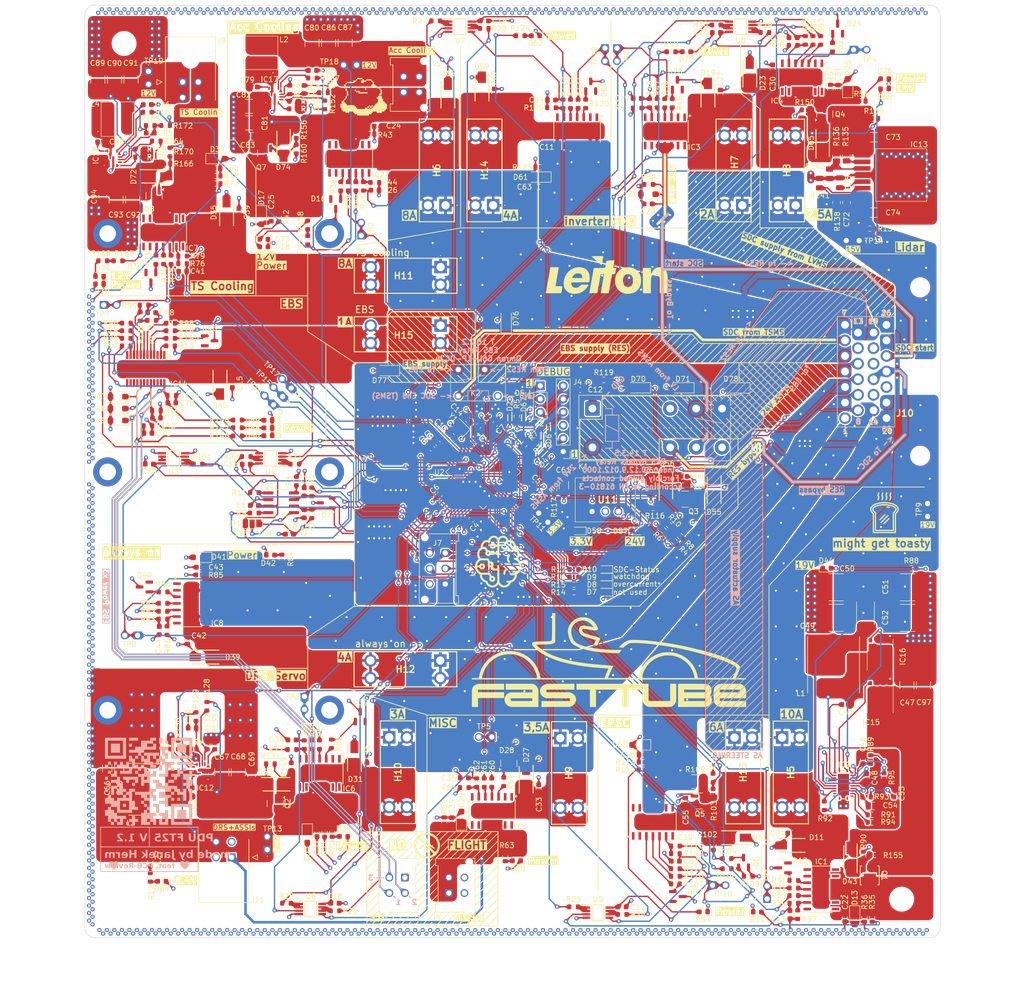
<source format=kicad_pcb>
(kicad_pcb
	(version 20240108)
	(generator "pcbnew")
	(generator_version "8.0")
	(general
		(thickness 1.6)
		(legacy_teardrops no)
	)
	(paper "A3")
	(title_block
		(title "PDU FT25")
		(date "2025-01-15")
		(rev "V1.2")
		(company "Janek Herm")
		(comment 1 "FasTTUBe Electronics")
	)
	(layers
		(0 "F.Cu" signal)
		(1 "In1.Cu" power)
		(2 "In2.Cu" signal)
		(31 "B.Cu" mixed)
		(32 "B.Adhes" user "B.Adhesive")
		(33 "F.Adhes" user "F.Adhesive")
		(34 "B.Paste" user)
		(35 "F.Paste" user)
		(36 "B.SilkS" user "B.Silkscreen")
		(37 "F.SilkS" user "F.Silkscreen")
		(38 "B.Mask" user)
		(39 "F.Mask" user)
		(40 "Dwgs.User" user "User.Drawings")
		(41 "Cmts.User" user "User.Comments")
		(42 "Eco1.User" user "User.Eco1")
		(43 "Eco2.User" user "User.Eco2")
		(44 "Edge.Cuts" user)
		(45 "Margin" user)
		(46 "B.CrtYd" user "B.Courtyard")
		(47 "F.CrtYd" user "F.Courtyard")
		(48 "B.Fab" user)
		(49 "F.Fab" user)
		(50 "User.1" user)
		(51 "User.2" user)
		(52 "User.3" user)
		(53 "User.4" user)
		(54 "User.5" user)
		(55 "User.6" user)
		(56 "User.7" user)
		(57 "User.8" user)
		(58 "User.9" user)
	)
	(setup
		(stackup
			(layer "F.SilkS"
				(type "Top Silk Screen")
			)
			(layer "F.Paste"
				(type "Top Solder Paste")
			)
			(layer "F.Mask"
				(type "Top Solder Mask")
				(thickness 0.01)
			)
			(layer "F.Cu"
				(type "copper")
				(thickness 0.035)
			)
			(layer "dielectric 1"
				(type "prepreg")
				(thickness 0.1)
				(material "FR4")
				(epsilon_r 4.5)
				(loss_tangent 0.02)
			)
			(layer "In1.Cu"
				(type "copper")
				(thickness 0.035)
			)
			(layer "dielectric 2"
				(type "core")
				(thickness 1.24)
				(material "FR4")
				(epsilon_r 4.5)
				(loss_tangent 0.02)
			)
			(layer "In2.Cu"
				(type "copper")
				(thickness 0.035)
			)
			(layer "dielectric 3"
				(type "prepreg")
				(thickness 0.1)
				(material "FR4")
				(epsilon_r 4.5)
				(loss_tangent 0.02)
			)
			(layer "B.Cu"
				(type "copper")
				(thickness 0.035)
			)
			(layer "B.Mask"
				(type "Bottom Solder Mask")
				(thickness 0.01)
			)
			(layer "B.Paste"
				(type "Bottom Solder Paste")
			)
			(layer "B.SilkS"
				(type "Bottom Silk Screen")
			)
			(copper_finish "None")
			(dielectric_constraints no)
		)
		(pad_to_mask_clearance 0)
		(allow_soldermask_bridges_in_footprints no)
		(pcbplotparams
			(layerselection 0x00010fc_ffffffff)
			(plot_on_all_layers_selection 0x0000000_00000000)
			(disableapertmacros no)
			(usegerberextensions no)
			(usegerberattributes yes)
			(usegerberadvancedattributes yes)
			(creategerberjobfile no)
			(dashed_line_dash_ratio 12.000000)
			(dashed_line_gap_ratio 3.000000)
			(svgprecision 4)
			(plotframeref no)
			(viasonmask no)
			(mode 1)
			(useauxorigin yes)
			(hpglpennumber 1)
			(hpglpenspeed 20)
			(hpglpendiameter 15.000000)
			(pdf_front_fp_property_popups yes)
			(pdf_back_fp_property_popups yes)
			(dxfpolygonmode yes)
			(dxfimperialunits yes)
			(dxfusepcbnewfont yes)
			(psnegative no)
			(psa4output no)
			(plotreference yes)
			(plotvalue no)
			(plotfptext yes)
			(plotinvisibletext no)
			(sketchpadsonfab no)
			(subtractmaskfromsilk yes)
			(outputformat 1)
			(mirror no)
			(drillshape 0)
			(scaleselection 1)
			(outputdirectory "gerber/")
		)
	)
	(net 0 "")
	(net 1 "GND")
	(net 2 "+3V3")
	(net 3 "stdCAN_H")
	(net 4 "/MCU/Vref")
	(net 5 "stdCAN_L")
	(net 6 "/MCU/NRST")
	(net 7 "Net-(D11-A2)")
	(net 8 "/powerstages/P_Out6a")
	(net 9 "/powerstages/IS4")
	(net 10 "Net-(D15-A2)")
	(net 11 "/connectors/P_Out1")
	(net 12 "/powerstages/IS1")
	(net 13 "Net-(D19-A2)")
	(net 14 "/powerstages/IS10")
	(net 15 "Net-(D23-A2)")
	(net 16 "/powerstages/P_Out9a")
	(net 17 "/powerstages/IS7")
	(net 18 "Net-(D27-A2)")
	(net 19 "/connectors/P_Out8")
	(net 20 "/powerstages/IS8")
	(net 21 "Net-(D31-A2)")
	(net 22 "/powerstages/P_Out5a")
	(net 23 "/powerstages/IS3")
	(net 24 "Net-(D35-A2)")
	(net 25 "/connectors/P_Out2")
	(net 26 "/powerstages/IS2")
	(net 27 "/connectors/P_Out9")
	(net 28 "/powerstages/IS9")
	(net 29 "Net-(IC9-CBOOT)")
	(net 30 "Net-(IC9-SW)")
	(net 31 "Net-(IC9-VCC)")
	(net 32 "Net-(D43-K)")
	(net 33 "Net-(IC9-PFM{slash}SYNC)")
	(net 34 "/connectors/P_Out4")
	(net 35 "Net-(C53-Pad2)")
	(net 36 "Net-(IC9-EXTCOMP)")
	(net 37 "Net-(D51-A2)")
	(net 38 "/connectors/P_Out5")
	(net 39 "/powerstages/IS5")
	(net 40 "Net-(D56-K)")
	(net 41 "Net-(D59-A2)")
	(net 42 "/connectors/P_Out6")
	(net 43 "/powerstages/IS6")
	(net 44 "Net-(IC12-SW)")
	(net 45 "Net-(IC12-BOOT)")
	(net 46 "/connectors/P_Out3")
	(net 47 "Net-(D63-K)")
	(net 48 "Net-(IC12-FB)")
	(net 49 "Net-(IC12-SS)")
	(net 50 "/connectors/P_Out7")
	(net 51 "Net-(IC13-FB)")
	(net 52 "Net-(D65-K)")
	(net 53 "Net-(IC13-SS)")
	(net 54 "/MCU/SWCLK")
	(net 55 "/MCU/SWDIO")
	(net 56 "/MCU/UART_RX")
	(net 57 "/MCU/UART_TX")
	(net 58 "Net-(D7-A)")
	(net 59 "Net-(D8-A)")
	(net 60 "Net-(D9-A)")
	(net 61 "Net-(D10-A)")
	(net 62 "Net-(D12-A)")
	(net 63 "unconnected-(D12-NC-Pad2)")
	(net 64 "Net-(D14-A)")
	(net 65 "Net-(D16-A)")
	(net 66 "unconnected-(D16-NC-Pad2)")
	(net 67 "Net-(D18-A)")
	(net 68 "Net-(D20-A)")
	(net 69 "unconnected-(D20-NC-Pad2)")
	(net 70 "Net-(D22-A)")
	(net 71 "Net-(D24-A)")
	(net 72 "unconnected-(D24-NC-Pad2)")
	(net 73 "Net-(D26-A)")
	(net 74 "Net-(D28-A)")
	(net 75 "unconnected-(D28-NC-Pad2)")
	(net 76 "Net-(D30-A)")
	(net 77 "unconnected-(D32-NC-Pad2)")
	(net 78 "Net-(D32-A)")
	(net 79 "Net-(D34-A)")
	(net 80 "Net-(D36-A)")
	(net 81 "unconnected-(D36-NC-Pad2)")
	(net 82 "Net-(D38-A)")
	(net 83 "Net-(D43-A)")
	(net 84 "Net-(D44-A)")
	(net 85 "Net-(D45-A2)")
	(net 86 "/powerstages/IS11")
	(net 87 "/connectors/P_Out12")
	(net 88 "unconnected-(D52-NC-Pad2)")
	(net 89 "Net-(D52-A)")
	(net 90 "Net-(D54-A)")
	(net 91 "Net-(D56-A)")
	(net 92 "Net-(D57-A)")
	(net 93 "Net-(D58-A)")
	(net 94 "unconnected-(D60-NC-Pad2)")
	(net 95 "Net-(D60-A)")
	(net 96 "Net-(D62-A)")
	(net 97 "Net-(D63-A)")
	(net 98 "Net-(D64-A)")
	(net 99 "Net-(D65-A)")
	(net 100 "Net-(D66-A)")
	(net 101 "/connectors/P_Out11")
	(net 102 "/connectors/P_Out10")
	(net 103 "Net-(D46-A)")
	(net 104 "+24V")
	(net 105 "Net-(IC1-IS)")
	(net 106 "Net-(IC1-GND)")
	(net 107 "Net-(IC1-IN)")
	(net 108 "Net-(IC1-DEN)")
	(net 109 "Net-(IC2-IS)")
	(net 110 "Net-(IC2-IN)")
	(net 111 "Net-(IC2-DEN)")
	(net 112 "Net-(IC2-GND)")
	(net 113 "Net-(IC3-IN)")
	(net 114 "Net-(IC3-GND)")
	(net 115 "Net-(IC3-IS)")
	(net 116 "Net-(IC3-DEN)")
	(net 117 "Net-(IC4-IN)")
	(net 118 "Net-(IC4-GND)")
	(net 119 "Net-(IC4-IS)")
	(net 120 "Net-(IC4-DEN)")
	(net 121 "Net-(IC5-GND)")
	(net 122 "Net-(IC5-DEN)")
	(net 123 "Net-(IC5-IS)")
	(net 124 "Net-(IC5-IN)")
	(net 125 "Net-(IC6-GND)")
	(net 126 "Net-(IC6-IN)")
	(net 127 "Net-(IC6-DEN)")
	(net 128 "Net-(IC6-IS)")
	(net 129 "Net-(IC7-IN)")
	(net 130 "Net-(IC7-IS)")
	(net 131 "Net-(IC7-GND)")
	(net 132 "Net-(IC7-DEN)")
	(net 133 "Net-(IC9-CNFG)")
	(net 134 "Net-(IC9-PG{slash}SYNCOUT)")
	(net 135 "Net-(IC9-RT)")
	(net 136 "Net-(IC9-ISNS+)")
	(net 137 "Net-(IC9-HO)")
	(net 138 "Net-(IC9-LO)")
	(net 139 "Net-(IC9-FB)")
	(net 140 "Net-(IC10-IS)")
	(net 141 "Net-(IC10-IN)")
	(net 142 "Net-(IC10-DEN)")
	(net 143 "Net-(IC10-GND)")
	(net 144 "Net-(IC11-DEN)")
	(net 145 "Net-(IC11-IS)")
	(net 146 "Net-(IC11-IN)")
	(net 147 "Net-(IC11-GND)")
	(net 148 "Net-(IC12-PG)")
	(net 149 "Net-(IC12-MODE)")
	(net 150 "Net-(IC12-EN)")
	(net 151 "Net-(IC13-RON)")
	(net 152 "Net-(IC13-EN)")
	(net 153 "/MCU/SWO")
	(net 154 "FDCAN_H")
	(net 155 "FDCAN_L")
	(net 156 "/RBR/SDC bypass")
	(net 157 "24V ASMS")
	(net 158 "Net-(JP1-C)")
	(net 159 "unconnected-(K1-Pad12)")
	(net 160 "unconnected-(K1-Pad24)")
	(net 161 "Net-(K1-PadA1)")
	(net 162 "unconnected-(D46-NC-Pad2)")
	(net 163 "Net-(IC14-DSEL1)")
	(net 164 "Net-(Q5-D)")
	(net 165 "Net-(Q5-G)")
	(net 166 "Net-(Q6-G)")
	(net 167 "Net-(Q6-D)")
	(net 168 "Net-(U1-Rs)")
	(net 169 "Net-(U2-PA0)")
	(net 170 "Net-(U2-BOOT0)")
	(net 171 "Net-(U2-PC0)")
	(net 172 "Net-(U2-PA11)")
	(net 173 "/MCU/CAN_RX")
	(net 174 "/MCU/CAN_TX")
	(net 175 "Net-(U2-PA12)")
	(net 176 "unconnected-(U2-PB7-Pad59)")
	(net 177 "unconnected-(U2-PA15-Pad50)")
	(net 178 "/MCU/STATUS_LED1")
	(net 179 "/MCU/STATUS_LED2")
	(net 180 "/MCU/STATUS_LED3")
	(net 181 "/MCU/STATUS_LED4")
	(net 182 "Net-(R12-Pad1)")
	(net 183 "Net-(U4A--)")
	(net 184 "/MCU/ISENSE1")
	(net 185 "Net-(U4B--)")
	(net 186 "/MCU/ISENSE2")
	(net 187 "/MCU/ISENSE3")
	(net 188 "Net-(U5A--)")
	(net 189 "Net-(U5B--)")
	(net 190 "/MCU/ISENSE4")
	(net 191 "/MCU/ISENSE5")
	(net 192 "Net-(U6A--)")
	(net 193 "Net-(U6B--)")
	(net 194 "/MCU/ISENSE6")
	(net 195 "/MCU/ISENSE7")
	(net 196 "Net-(U7A--)")
	(net 197 "Net-(U7B--)")
	(net 198 "/MCU/ISENSE8")
	(net 199 "/MCU/ISENSE9")
	(net 200 "Net-(U8A--)")
	(net 201 "Net-(U8B--)")
	(net 202 "/MCU/ISENSE10")
	(net 203 "/MCU/IN4")
	(net 204 "/MCU/IN1")
	(net 205 "/MCU/IN10")
	(net 206 "/MCU/IN7")
	(net 207 "/MCU/IN8")
	(net 208 "/MCU/IN3")
	(net 209 "/MCU/IN2")
	(net 210 "/MCU/IN9")
	(net 211 "/MCU/IN11")
	(net 212 "/MCU/IN12")
	(net 213 "/MCU/IN13")
	(net 214 "/MCU/PC_Read")
	(net 215 "/MCU/PC_EN")
	(net 216 "/MCU/IN5")
	(net 217 "/MCU/IN6")
	(net 218 "/MCU/XTAL_OUT")
	(net 219 "unconnected-(U2-PC5-Pad25)")
	(net 220 "Net-(IC14-GND)")
	(net 221 "unconnected-(U2-PC12-Pad53)")
	(net 222 "Net-(IC14-DEN)")
	(net 223 "Net-(IC14-IN2)")
	(net 224 "/MCU/XTAL_IN")
	(net 225 "unconnected-(U2-PD2-Pad54)")
	(net 226 "unconnected-(IC14-OUT3-Pad13)")
	(net 227 "Net-(IC14-IN0)")
	(net 228 "Net-(IC14-IN3)")
	(net 229 "Net-(IC14-DSEL0)")
	(net 230 "Net-(IC14-IN1)")
	(net 231 "Net-(IC14-IS)")
	(net 232 "/MCU/DSEL0")
	(net 233 "/MCU/DSEL1")
	(net 234 "Net-(U3A--)")
	(net 235 "/MCU/ISENSE11")
	(net 236 "Net-(U3B--)")
	(net 237 "unconnected-(IC9-NC_1-Pad1)")
	(net 238 "unconnected-(IC9-NC_2-Pad2)")
	(net 239 "unconnected-(IC9-NC_4-Pad23)")
	(net 240 "unconnected-(IC9-NC_3-Pad22)")
	(net 241 "unconnected-(IC9-NC_5-Pad24)")
	(net 242 "Net-(D50-A)")
	(net 243 "Net-(D68-A)")
	(net 244 "Net-(D69-A)")
	(net 245 "/connectors/P_Out14")
	(net 246 "/connectors/P_Out13")
	(net 247 "Net-(IC17-SW)")
	(net 248 "Net-(IC17-BOOT)")
	(net 249 "Net-(D72-K)")
	(net 250 "Net-(IC17-FB)")
	(net 251 "Net-(IC17-SS)")
	(net 252 "Net-(IC18-BOOT)")
	(net 253 "Net-(IC18-SW)")
	(net 254 "Net-(D74-K)")
	(net 255 "Net-(IC18-FB)")
	(net 256 "Net-(IC18-SS)")
	(net 257 "Net-(D72-A)")
	(net 258 "Net-(D73-A)")
	(net 259 "Net-(D74-A)")
	(net 260 "Net-(D75-A)")
	(net 261 "Net-(IC17-PG)")
	(net 262 "Net-(IC17-MODE)")
	(net 263 "Net-(IC17-EN)")
	(net 264 "Net-(IC18-PG)")
	(net 265 "Net-(IC18-MODE)")
	(net 266 "Net-(IC18-EN)")
	(net 267 "Net-(R151-Pad2)")
	(net 268 "Net-(R163-Pad2)")
	(net 269 "EBS supply")
	(net 270 "AS actuator supply")
	(net 271 "unconnected-(IC1-NC-Pad7)")
	(net 272 "unconnected-(IC1-NC-Pad1)")
	(net 273 "unconnected-(IC1-NC-Pad14)")
	(net 274 "unconnected-(IC1-NC-Pad8)")
	(net 275 "unconnected-(IC1-NC-Pad9)")
	(net 276 "unconnected-(IC1-NC-Pad13)")
	(net 277 "unconnected-(IC1-NC-Pad2)")
	(net 278 "unconnected-(IC2-NC-Pad2)")
	(net 279 "unconnected-(IC2-NC-Pad7)")
	(net 280 "unconnected-(IC2-NC-Pad8)")
	(net 281 "unconnected-(IC2-NC-Pad14)")
	(net 282 "unconnected-(IC2-NC-Pad1)")
	(net 283 "unconnected-(IC2-NC-Pad9)")
	(net 284 "unconnected-(IC2-NC-Pad13)")
	(net 285 "unconnected-(IC3-NC-Pad8)")
	(net 286 "unconnected-(IC3-NC-Pad1)")
	(net 287 "unconnected-(IC3-NC-Pad7)")
	(net 288 "unconnected-(IC3-NC-Pad14)")
	(net 289 "unconnected-(IC3-NC-Pad13)")
	(net 290 "unconnected-(IC3-NC-Pad9)")
	(net 291 "unconnected-(IC3-NC-Pad2)")
	(net 292 "unconnected-(IC4-NC-Pad2)")
	(net 293 "unconnected-(IC4-NC-Pad1)")
	(net 294 "unconnected-(IC4-NC-Pad13)")
	(net 295 "unconnected-(IC4-NC-Pad7)")
	(net 296 "unconnected-(IC4-NC-Pad9)")
	(net 297 "unconnected-(IC4-NC-Pad8)")
	(net 298 "unconnected-(IC4-NC-Pad14)")
	(net 299 "unconnected-(IC5-NC-Pad1)")
	(net 300 "unconnected-(IC5-NC-Pad8)")
	(net 301 "unconnected-(IC5-NC-Pad9)")
	(net 302 "unconnected-(IC5-NC-Pad14)")
	(net 303 "unconnected-(IC5-NC-Pad13)")
	(net 304 "unconnected-(IC5-NC-Pad2)")
	(net 305 "unconnected-(IC5-NC-Pad7)")
	(net 306 "unconnected-(IC6-NC-Pad14)")
	(net 307 "unconnected-(IC6-NC-Pad2)")
	(net 308 "unconnected-(IC6-NC-Pad7)")
	(net 309 "unconnected-(IC6-NC-Pad1)")
	(net 310 "unconnected-(IC6-NC-Pad9)")
	(net 311 "unconnected-(IC6-NC-Pad8)")
	(net 312 "unconnected-(IC6-NC-Pad13)")
	(net 313 "unconnected-(IC7-NC-Pad1)")
	(net 314 "unconnected-(IC7-NC-Pad9)")
	(net 315 "unconnected-(IC7-NC-Pad14)")
	(net 316 "unconnected-(IC7-NC-Pad13)")
	(net 317 "unconnected-(IC7-NC-Pad7)")
	(net 318 "unconnected-(IC7-NC-Pad8)")
	(net 319 "unconnected-(IC7-NC-Pad2)")
	(net 320 "unconnected-(IC10-NC-Pad14)")
	(net 321 "unconnected-(IC10-NC-Pad8)")
	(net 322 "unconnected-(IC10-NC-Pad13)")
	(net 323 "unconnected-(IC10-NC-Pad9)")
	(net 324 "unconnected-(IC10-NC-Pad1)")
	(net 325 "unconnected-(IC10-NC-Pad7)")
	(net 326 "unconnected-(IC10-NC-Pad2)")
	(net 327 "unconnected-(IC11-NC-Pad1)")
	(net 328 "unconnected-(IC11-NC-Pad13)")
	(net 329 "unconnected-(IC11-NC-Pad2)")
	(net 330 "unconnected-(IC11-NC-Pad7)")
	(net 331 "unconnected-(IC11-NC-Pad9)")
	(net 332 "unconnected-(IC11-NC-Pad8)")
	(net 333 "unconnected-(IC11-NC-Pad14)")
	(net 334 "unconnected-(IC14-NC-Pad21)")
	(net 335 "unconnected-(IC14-NC-Pad19)")
	(net 336 "unconnected-(IC14-NC-Pad15)")
	(net 337 "unconnected-(IC14-NC-Pad18)")
	(net 338 "unconnected-(IC14-NC-Pad23)")
	(net 339 "unconnected-(IC14-NC-Pad22)")
	(net 340 "unconnected-(IC14-NC-Pad14)")
	(net 341 "unconnected-(IC14-NC-Pad12)")
	(net 342 "unconnected-(IC14-NC-Pad1)")
	(net 343 "unconnected-(IC14-NC-Pad16)")
	(net 344 "/EBSR/EBS power")
	(net 345 "unconnected-(U2-PC14-Pad3)")
	(net 346 "unconnected-(U2-PC15-Pad4)")
	(net 347 "unconnected-(U2-PC13-Pad2)")
	(net 348 "Net-(R100-Pad1)")
	(net 349 "/RBR/RES")
	(net 350 "TSMS SDC")
	(net 351 "unconnected-(IC14-NC-Pad3)")
	(net 352 "unconnected-(U2-PB0-Pad26)")
	(net 353 "Net-(D39-A2)")
	(net 354 "unconnected-(D40-NC-Pad2)")
	(net 355 "Net-(D40-A)")
	(net 356 "Net-(D42-A)")
	(net 357 "unconnected-(IC8-NC-Pad8)")
	(net 358 "unconnected-(IC8-NC-Pad13)")
	(net 359 "Net-(IC8-IN)")
	(net 360 "unconnected-(IC8-NC-Pad9)")
	(net 361 "unconnected-(IC8-NC-Pad1)")
	(net 362 "Net-(IC8-DEN)")
	(net 363 "Net-(IC8-GND)")
	(net 364 "Net-(IC8-IS)")
	(net 365 "unconnected-(IC8-NC-Pad2)")
	(net 366 "unconnected-(IC8-NC-Pad14)")
	(net 367 "unconnected-(IC8-NC-Pad7)")
	(net 368 "unconnected-(J10-Pin_15-Pad15)")
	(net 369 "unconnected-(J10-Pin_17-Pad17)")
	(footprint "5025:5025" (layer "F.Cu") (at 165.32 98.46 90))
	(footprint "Resistor_SMD:R_0603_1608Metric" (layer "F.Cu") (at 161.375 88.955 90))
	(footprint "Resistor_SMD:R_0603_1608Metric" (layer "F.Cu") (at 128.645 103.135 -90))
	(footprint "Capacitor_SMD:C_1210_3225Metric" (layer "F.Cu") (at 162.225 61.275 90))
	(footprint "BTT6010-1ERB:SOIC14_BTT6010-1ERB_INF" (layer "F.Cu") (at 163.019 83.649799 90))
	(footprint "824501241:DIOM5127X250N" (layer "F.Cu") (at 139.345 93.995 -90))
	(footprint "Resistor_SMD:R_0603_1608Metric" (layer "F.Cu") (at 122.555 83.275))
	(footprint "Package_TO_SOT_SMD:SOT-23" (layer "F.Cu") (at 124.75 106.535 -90))
	(footprint "Package_TO_SOT_SMD:SOT-23" (layer "F.Cu") (at 165.14 191.314998 90))
	(footprint "Resistor_SMD:R_0603_1608Metric" (layer "F.Cu") (at 135.615001 196.775 90))
	(footprint "Resistor_SMD:R_0603_1608Metric" (layer "F.Cu") (at 155.915 68.065))
	(footprint "Capacitor_SMD:C_1210_3225Metric" (layer "F.Cu") (at 143.685 76.725 180))
	(footprint "Resistor_SMD:R_0603_1608Metric" (layer "F.Cu") (at 135.545001 189.315 -90))
	(footprint "LED_SMD:LED_0603_1608Metric" (layer "F.Cu") (at 266.295 70.155 180))
	(footprint "brain:heart" (layer "F.Cu") (at 117.6 220.05))
	(footprint "Resistor_SMD:R_0603_1608Metric" (layer "F.Cu") (at 127.585 77.225))
	(footprint "ESD321DYAR:SODFL1608X77N" (layer "F.Cu") (at 193.99 133.625 -90))
	(footprint "Diode_SMD:D_SOD-123F" (layer "F.Cu") (at 218.94 127.854999 180))
	(footprint "5025:5025" (layer "F.Cu") (at 147.190001 216.99 90))
	(footprint "Resistor_SMD:R_0603_1608Metric" (layer "F.Cu") (at 147.805 200.415))
	(footprint "5025:5025" (layer "F.Cu") (at 261.38 99.44 180))
	(footprint "MountingHole:MountingHole_3.2mm_M3_DIN965_Pad" (layer "F.Cu") (at 116.41 144.08 -90))
	(footprint "Resistor_SMD:R_0603_1608Metric" (layer "F.Cu") (at 254.645 208.515 -90))
	(footprint "3557-15:355715" (layer "F.Cu") (at 180.58 180.485 180))
	(footprint "Resistor_SMD:R_0603_1608Metric" (layer "F.Cu") (at 264.205001 75.855))
	(footprint "Capacitor_SMD:C_0603_1608Metric" (layer "F.Cu") (at 156.795 213.675001 -90))
	(footprint "Resistor_SMD:R_0603_1608Metric" (layer "F.Cu") (at 120.005477 118.297452))
	(footprint "MountingHole:MountingHole_4.3mm_M4" (layer "F.Cu") (at 119.575 226.345))
	(footprint "Capacitor_SMD:C_1210_3225Metric" (layer "F.Cu") (at 138.414747 202.063428 90))
	(footprint "Diode_SMD:D_SOD-123F" (layer "F.Cu") (at 146.065 94.88 -90))
	(footprint "Capacitor_SMD:C_0603_1608Metric" (layer "F.Cu") (at 185.205 203.145 180))
	(footprint "Resistor_SMD:R_0603_1608Metric" (layer "F.Cu") (at 225.925 220.675))
	(footprint "Resistor_SMD:R_0603_1608Metric"
		(layer "F.Cu")
		(uuid "15025461-dcc7-4f61-9542-8f8e8ec99700")
		(at 154.995 99.365 90)
		(descr "Resistor SMD 0603 (1608 Metric), square (rectangular) end terminal, IPC_7351 nominal, (Body size source: IPC-SM-782 page 72, https://www.pcb-3d.com/wordpress/wp-content/uploads/ipc-sm-782a_amendment_1_and_2.pdf), generated with kicad-footprint-generator")
		(tags "resistor")
		(property "Reference" "R151"
			(at -0.65 -1.42 90)
			(layer "F.SilkS")
			(uuid "122f886c-686c-4dca-9df4-687a2b60e366")
			(effects
				(font
					(size 1 1)
					(thickness 0.15)
				)
			)
		)
		(property "Value" "1k"
			(at 0 1.43 90)
			(layer "F.Fab")
			(uuid "a592b584-abae-4bea-8bc8-0a8ffebe0b80")
			(effects
				(font
					(size 1 1)
					(thickness 0.15)
				)
			)
		)
		(property "Footprint" "Resistor_SMD:R_0603_1608Metric"
			(at 0 0 90)
			(unlocked yes)
			(layer "F.Fab")
			(hide yes)
			(uuid "1c5f638a-4832-4642-88d6-97d1baf0f576")
			(effects
				(font
					(size 1.27 1.27)
					(thickness 0.15)
				)
			)
		)
		(property "Datasheet" ""
			(at 0 0 90)
			(unlocked yes)
			(layer "F.Fab")
			(hide yes)
			(uuid "59d60a19-0eeb-4754-9aba-e42d43305fa7")
			(effects
				(font
					(size 1.27 1.27)
					(thickness 0.15)
				)
			)
		)
		(property "Description" "Resistor, small symbol"
			(at 0 0 90)
			(unlocked yes)
			(layer "F.Fab")
			(hide yes)
			(uuid "33615a10-7215-4795-96b9-fa93cea6c121")
			(effects
				(font
					(size 1.27 1.27)
					(thickness 0.15)
				)
			)
		)
		(property ki_fp_filters "R_*")
		(path "/780d04e9-366d-4b48-88f6-229428c96c3a/2688228a-78b0-463b-82bd-42a0dedab640/a31b0199-c63c-4e83-8127-1fac1a9facaf")
		(sheetname "ACC pump DCDC")
		(sheetfile "pumpDCDC.kicad_sch")
		(attr smd)
		(fp_line
			(start -0.237258 -0.5225)
			(end 0.237258 -0.5225)
			(stroke
				(width 0.12)
				(type solid)
			)
			(layer "F.SilkS")
			(uuid "dc8e5fd8-4ca3-4c1d-b1f5-6eaae540711d")
		)
		(fp_line
			(start -0.237258 0.5225)
			(end 0.237258 0.5225)
			(stroke
				(width 0.12)
				(type solid)
			)
			(layer "F.SilkS")
			(uuid "6c0a18d3-6077-4bcb-825a-872d2e6b7716")
		)
		(fp_line
			(start 1.48 -0.73)
			(end 1.48 0.73)
			(stroke
				(width 0.05)
				(type solid)
			)
			(layer "F.CrtYd")
			(uuid "7313f3b4-9a54-4d87-8c75-088e5090a017")
		)
		(fp_line
			(start -1.48 -0.73)
			(end 1.48 -0.73)
			(stroke
				(width 0.05)
				(type solid)
			)
			(layer "F.CrtYd")
			(uuid "6af3927a-7d15-47f2-a5a0-8445f1b4c182")
		)
		(fp_line
			(start 1.48 0.73)
			(end -1.48 0.73)
			(stroke
				(width 0.05)
				(type solid)
			)
			(layer "F.CrtYd")
			(uuid "72e13f33-6639-4f39-84e2-7a3d4ba4715a")
		)
		(fp_line
			(start -1.48 0.73)
			(end -1.48 -0.73)
			(stroke
				(width 0.05)
				(type solid)
			)
			(layer "F.CrtYd")
			(uuid "ff98d762-9a6b-4848-89e9-20b6125bce37")
		)
		(fp_line
			(start 0.8 -0.4125)
			(end 0.8 0.4125)
			(stroke
				(width 0.1)
				(type solid)
			)
			(layer "F.Fab")
			(uuid "fe961a65-105c-43a7-89d7-5c7c44acd8a1")
		)
		(fp_line
			(start -0.8 -0.4125)
			(end 0.8 -0.4125)
			(stroke
				(width 0.1)
				(type solid)
			)
			(layer "F.Fab")
			(uuid "bb8064fe-6479-4ead-87cb-214fa68d7676")
		)
		(fp_line
			(start 0.8 0.4125)
			(end -0.8 0.4125)
			(stroke
				(width 0.1)
				(type solid)
			)
			(layer "F.Fab")
			(uuid "0ba98a26-6841-4152-aae7-55d7e1c78c39")
		)
		(fp_line
			(start -0.8 0.4125)
			(end -0.8 -0.4125)
			(stroke
				(width 0.1)
... [9343130 chars truncated]
</source>
